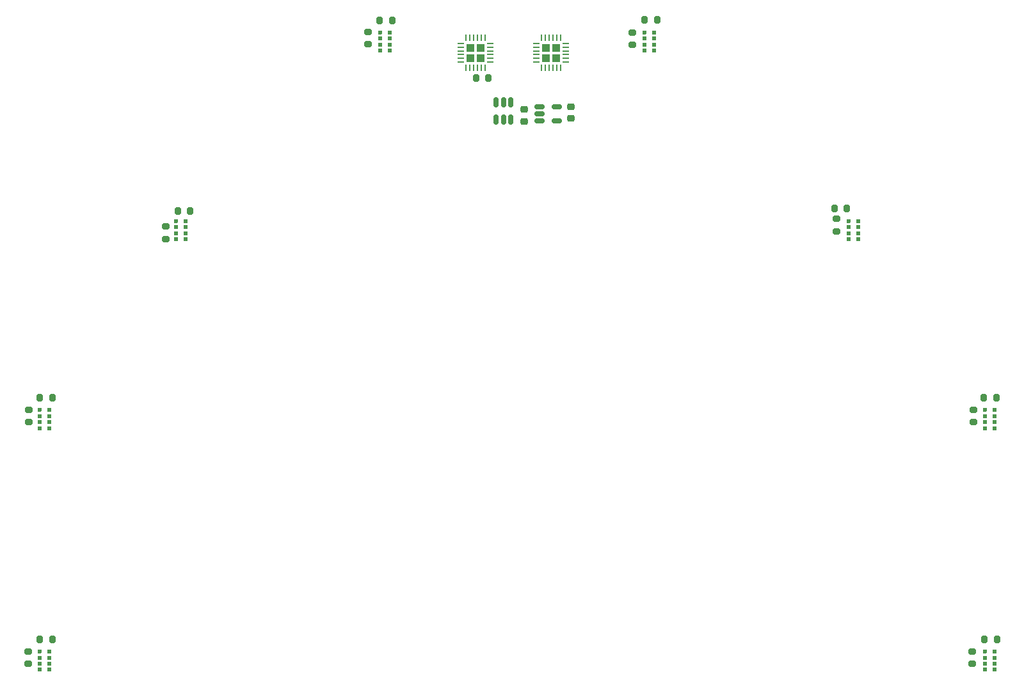
<source format=gbr>
%TF.GenerationSoftware,KiCad,Pcbnew,9.0.1*%
%TF.CreationDate,2025-05-06T09:20:45+02:00*%
%TF.ProjectId,lijnsensor V2 met IO_expander,6c696a6e-7365-46e7-936f-72205632206d,rev?*%
%TF.SameCoordinates,Original*%
%TF.FileFunction,Paste,Top*%
%TF.FilePolarity,Positive*%
%FSLAX46Y46*%
G04 Gerber Fmt 4.6, Leading zero omitted, Abs format (unit mm)*
G04 Created by KiCad (PCBNEW 9.0.1) date 2025-05-06 09:20:45*
%MOMM*%
%LPD*%
G01*
G04 APERTURE LIST*
G04 Aperture macros list*
%AMRoundRect*
0 Rectangle with rounded corners*
0 $1 Rounding radius*
0 $2 $3 $4 $5 $6 $7 $8 $9 X,Y pos of 4 corners*
0 Add a 4 corners polygon primitive as box body*
4,1,4,$2,$3,$4,$5,$6,$7,$8,$9,$2,$3,0*
0 Add four circle primitives for the rounded corners*
1,1,$1+$1,$2,$3*
1,1,$1+$1,$4,$5*
1,1,$1+$1,$6,$7*
1,1,$1+$1,$8,$9*
0 Add four rect primitives between the rounded corners*
20,1,$1+$1,$2,$3,$4,$5,0*
20,1,$1+$1,$4,$5,$6,$7,0*
20,1,$1+$1,$6,$7,$8,$9,0*
20,1,$1+$1,$8,$9,$2,$3,0*%
%AMOutline5P*
0 Free polygon, 5 corners , with rotation*
0 The origin of the aperture is its center*
0 number of corners: always 5*
0 $1 to $10 corner X, Y*
0 $11 Rotation angle, in degrees counterclockwise*
0 create outline with 5 corners*
4,1,5,$1,$2,$3,$4,$5,$6,$7,$8,$9,$10,$1,$2,$11*%
%AMOutline6P*
0 Free polygon, 6 corners , with rotation*
0 The origin of the aperture is its center*
0 number of corners: always 6*
0 $1 to $12 corner X, Y*
0 $13 Rotation angle, in degrees counterclockwise*
0 create outline with 6 corners*
4,1,6,$1,$2,$3,$4,$5,$6,$7,$8,$9,$10,$11,$12,$1,$2,$13*%
%AMOutline7P*
0 Free polygon, 7 corners , with rotation*
0 The origin of the aperture is its center*
0 number of corners: always 7*
0 $1 to $14 corner X, Y*
0 $15 Rotation angle, in degrees counterclockwise*
0 create outline with 7 corners*
4,1,7,$1,$2,$3,$4,$5,$6,$7,$8,$9,$10,$11,$12,$13,$14,$1,$2,$15*%
%AMOutline8P*
0 Free polygon, 8 corners , with rotation*
0 The origin of the aperture is its center*
0 number of corners: always 8*
0 $1 to $16 corner X, Y*
0 $17 Rotation angle, in degrees counterclockwise*
0 create outline with 8 corners*
4,1,8,$1,$2,$3,$4,$5,$6,$7,$8,$9,$10,$11,$12,$13,$14,$15,$16,$1,$2,$17*%
G04 Aperture macros list end*
%ADD10RoundRect,0.200000X-0.275000X0.200000X-0.275000X-0.200000X0.275000X-0.200000X0.275000X0.200000X0*%
%ADD11RoundRect,0.250000X0.295000X0.295000X-0.295000X0.295000X-0.295000X-0.295000X0.295000X-0.295000X0*%
%ADD12RoundRect,0.062500X0.350000X0.062500X-0.350000X0.062500X-0.350000X-0.062500X0.350000X-0.062500X0*%
%ADD13RoundRect,0.062500X0.062500X0.350000X-0.062500X0.350000X-0.062500X-0.350000X0.062500X-0.350000X0*%
%ADD14Outline5P,-0.287500X0.244000X0.287500X0.244000X0.287500X-0.067100X0.110600X-0.244000X-0.287500X-0.244000X0.000000*%
%ADD15R,0.575000X0.488000*%
%ADD16RoundRect,0.225000X-0.250000X0.225000X-0.250000X-0.225000X0.250000X-0.225000X0.250000X0.225000X0*%
%ADD17RoundRect,0.150000X-0.512500X-0.150000X0.512500X-0.150000X0.512500X0.150000X-0.512500X0.150000X0*%
%ADD18RoundRect,0.200000X-0.200000X-0.275000X0.200000X-0.275000X0.200000X0.275000X-0.200000X0.275000X0*%
%ADD19RoundRect,0.150000X0.150000X-0.512500X0.150000X0.512500X-0.150000X0.512500X-0.150000X-0.512500X0*%
G04 APERTURE END LIST*
D10*
%TO.C,R16*%
X53900000Y-106775000D03*
X53900000Y-108425000D03*
%TD*%
D11*
%TO.C,U12*%
X123675000Y-60175000D03*
X123675000Y-58825000D03*
X122325000Y-60175000D03*
X122325000Y-58825000D03*
D12*
X124962500Y-60750000D03*
X124962500Y-60250000D03*
X124962500Y-59750000D03*
X124962500Y-59250000D03*
X124962500Y-58750000D03*
X124962500Y-58250000D03*
D13*
X124250000Y-57537500D03*
X123750000Y-57537500D03*
X123250000Y-57537500D03*
X122750000Y-57537500D03*
X122250000Y-57537500D03*
X121750000Y-57537500D03*
D12*
X121037500Y-58250000D03*
X121037500Y-58750000D03*
X121037500Y-59250000D03*
X121037500Y-59750000D03*
X121037500Y-60250000D03*
X121037500Y-60750000D03*
D13*
X121750000Y-61462500D03*
X122250000Y-61462500D03*
X122750000Y-61462500D03*
X123250000Y-61462500D03*
X123750000Y-61462500D03*
X124250000Y-61462500D03*
%TD*%
D10*
%TO.C,R14*%
X72025000Y-82490000D03*
X72025000Y-84140000D03*
%TD*%
D14*
%TO.C,U5*%
X180362000Y-106800000D03*
D15*
X180362000Y-107600000D03*
X180362000Y-108400000D03*
X180362000Y-109200000D03*
X181638000Y-109200000D03*
X181638000Y-108400000D03*
X181638000Y-107600000D03*
X181638000Y-106800000D03*
%TD*%
D14*
%TO.C,U4*%
X180362000Y-138800000D03*
D15*
X180362000Y-139600000D03*
X180362000Y-140400000D03*
X180362000Y-141200000D03*
X181638000Y-141200000D03*
X181638000Y-140400000D03*
X181638000Y-139600000D03*
X181638000Y-138800000D03*
%TD*%
D14*
%TO.C,U9*%
X73362000Y-81800000D03*
D15*
X73362000Y-82600000D03*
X73362000Y-83400000D03*
X73362000Y-84200000D03*
X74638000Y-84200000D03*
X74638000Y-83400000D03*
X74638000Y-82600000D03*
X74638000Y-81800000D03*
%TD*%
D14*
%TO.C,U6*%
X162362000Y-81800000D03*
D15*
X162362000Y-82600000D03*
X162362000Y-83400000D03*
X162362000Y-84200000D03*
X163638000Y-84200000D03*
X163638000Y-83400000D03*
X163638000Y-82600000D03*
X163638000Y-81800000D03*
%TD*%
D14*
%TO.C,U7*%
X135362000Y-56800000D03*
D15*
X135362000Y-57600000D03*
X135362000Y-58400000D03*
X135362000Y-59200000D03*
X136638000Y-59200000D03*
X136638000Y-58400000D03*
X136638000Y-57600000D03*
X136638000Y-56800000D03*
%TD*%
D10*
%TO.C,R8*%
X160770000Y-81505000D03*
X160770000Y-83155000D03*
%TD*%
D16*
%TO.C,C2*%
X125600000Y-66625000D03*
X125600000Y-68175000D03*
%TD*%
D14*
%TO.C,U10*%
X55362000Y-106800000D03*
D15*
X55362000Y-107600000D03*
X55362000Y-108400000D03*
X55362000Y-109200000D03*
X56638000Y-109200000D03*
X56638000Y-108400000D03*
X56638000Y-107600000D03*
X56638000Y-106800000D03*
%TD*%
D10*
%TO.C,R2*%
X53800000Y-138775000D03*
X53800000Y-140425000D03*
%TD*%
D17*
%TO.C,U3*%
X121462500Y-66650000D03*
X121462500Y-67600000D03*
X121462500Y-68550000D03*
X123737500Y-68550000D03*
X123737500Y-66650000D03*
%TD*%
D18*
%TO.C,R15*%
X55375000Y-105200000D03*
X57025000Y-105200000D03*
%TD*%
%TO.C,R1*%
X55375000Y-137200000D03*
X57025000Y-137200000D03*
%TD*%
%TO.C,R13*%
X73605000Y-80470000D03*
X75255000Y-80470000D03*
%TD*%
D19*
%TO.C,U1*%
X115750000Y-68337500D03*
X116700000Y-68337500D03*
X117650000Y-68337500D03*
X117650000Y-66062500D03*
X116700000Y-66062500D03*
X115750000Y-66062500D03*
%TD*%
D18*
%TO.C,R9*%
X135362000Y-55150000D03*
X137012000Y-55150000D03*
%TD*%
%TO.C,R17*%
X113075000Y-62860000D03*
X114725000Y-62860000D03*
%TD*%
D16*
%TO.C,C1*%
X119400000Y-67025000D03*
X119400000Y-68575000D03*
%TD*%
D11*
%TO.C,U2*%
X113675000Y-60175000D03*
X113675000Y-58825000D03*
X112325000Y-60175000D03*
X112325000Y-58825000D03*
D12*
X114962500Y-60750000D03*
X114962500Y-60250000D03*
X114962500Y-59750000D03*
X114962500Y-59250000D03*
X114962500Y-58750000D03*
X114962500Y-58250000D03*
D13*
X114250000Y-57537500D03*
X113750000Y-57537500D03*
X113250000Y-57537500D03*
X112750000Y-57537500D03*
X112250000Y-57537500D03*
X111750000Y-57537500D03*
D12*
X111037500Y-58250000D03*
X111037500Y-58750000D03*
X111037500Y-59250000D03*
X111037500Y-59750000D03*
X111037500Y-60250000D03*
X111037500Y-60750000D03*
D13*
X111750000Y-61462500D03*
X112250000Y-61462500D03*
X112750000Y-61462500D03*
X113250000Y-61462500D03*
X113750000Y-61462500D03*
X114250000Y-61462500D03*
%TD*%
D10*
%TO.C,R4*%
X178738000Y-138750000D03*
X178738000Y-140400000D03*
%TD*%
D14*
%TO.C,U8*%
X100362000Y-56800000D03*
D15*
X100362000Y-57600000D03*
X100362000Y-58400000D03*
X100362000Y-59200000D03*
X101638000Y-59200000D03*
X101638000Y-58400000D03*
X101638000Y-57600000D03*
X101638000Y-56800000D03*
%TD*%
D14*
%TO.C,U11*%
X55362000Y-138800000D03*
D15*
X55362000Y-139600000D03*
X55362000Y-140400000D03*
X55362000Y-141200000D03*
X56638000Y-141200000D03*
X56638000Y-140400000D03*
X56638000Y-139600000D03*
X56638000Y-138800000D03*
%TD*%
D10*
%TO.C,R10*%
X133737000Y-56800000D03*
X133737000Y-58450000D03*
%TD*%
D18*
%TO.C,R7*%
X160475000Y-80100000D03*
X162125000Y-80100000D03*
%TD*%
%TO.C,R11*%
X100325000Y-55200000D03*
X101975000Y-55200000D03*
%TD*%
%TO.C,R5*%
X180250000Y-105180000D03*
X181900000Y-105180000D03*
%TD*%
D10*
%TO.C,R6*%
X178872500Y-106762500D03*
X178872500Y-108412500D03*
%TD*%
D18*
%TO.C,R3*%
X180325000Y-137150000D03*
X181975000Y-137150000D03*
%TD*%
D10*
%TO.C,R12*%
X98800000Y-56725000D03*
X98800000Y-58375000D03*
%TD*%
M02*

</source>
